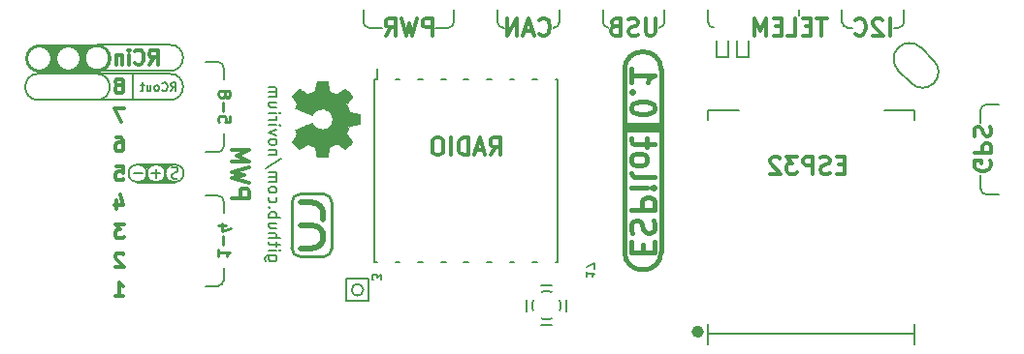
<source format=gbo>
G04 #@! TF.FileFunction,Legend,Bot*
%FSLAX46Y46*%
G04 Gerber Fmt 4.6, Leading zero omitted, Abs format (unit mm)*
G04 Created by KiCad (PCBNEW 4.0.5) date 01/10/17 14:27:18*
%MOMM*%
%LPD*%
G01*
G04 APERTURE LIST*
%ADD10C,0.100000*%
%ADD11C,0.300000*%
%ADD12C,0.150000*%
%ADD13C,0.200000*%
%ADD14C,0.187500*%
%ADD15C,2.450000*%
%ADD16C,0.250000*%
%ADD17C,0.400000*%
%ADD18C,0.500000*%
%ADD19C,0.010000*%
%ADD20C,1.200000*%
%ADD21C,0.600000*%
%ADD22R,1.200000X2.350000*%
%ADD23R,1.927200X1.927200*%
%ADD24C,1.927200*%
%ADD25O,1.927200X1.927200*%
%ADD26O,1.200000X2.200000*%
%ADD27C,5.400000*%
%ADD28C,2.000000*%
%ADD29O,2.700000X1.100000*%
%ADD30O,1.100000X2.700000*%
%ADD31R,6.200000X6.200000*%
%ADD32C,1.600000*%
G04 APERTURE END LIST*
D10*
D11*
X87471428Y-98328571D02*
X87971428Y-97614286D01*
X88328571Y-98328571D02*
X88328571Y-96828571D01*
X87757143Y-96828571D01*
X87614285Y-96900000D01*
X87542857Y-96971429D01*
X87471428Y-97114286D01*
X87471428Y-97328571D01*
X87542857Y-97471429D01*
X87614285Y-97542857D01*
X87757143Y-97614286D01*
X88328571Y-97614286D01*
X86900000Y-97900000D02*
X86185714Y-97900000D01*
X87042857Y-98328571D02*
X86542857Y-96828571D01*
X86042857Y-98328571D01*
X85542857Y-98328571D02*
X85542857Y-96828571D01*
X85185714Y-96828571D01*
X84971429Y-96900000D01*
X84828571Y-97042857D01*
X84757143Y-97185714D01*
X84685714Y-97471429D01*
X84685714Y-97685714D01*
X84757143Y-97971429D01*
X84828571Y-98114286D01*
X84971429Y-98257143D01*
X85185714Y-98328571D01*
X85542857Y-98328571D01*
X84042857Y-98328571D02*
X84042857Y-96828571D01*
X83042857Y-96828571D02*
X82757143Y-96828571D01*
X82614285Y-96900000D01*
X82471428Y-97042857D01*
X82400000Y-97328571D01*
X82400000Y-97828571D01*
X82471428Y-98114286D01*
X82614285Y-98257143D01*
X82757143Y-98328571D01*
X83042857Y-98328571D01*
X83185714Y-98257143D01*
X83328571Y-98114286D01*
X83400000Y-97828571D01*
X83400000Y-97328571D01*
X83328571Y-97042857D01*
X83185714Y-96900000D01*
X83042857Y-96828571D01*
X118414285Y-99192857D02*
X117914285Y-99192857D01*
X117699999Y-99978571D02*
X118414285Y-99978571D01*
X118414285Y-98478571D01*
X117699999Y-98478571D01*
X117128571Y-99907143D02*
X116914285Y-99978571D01*
X116557142Y-99978571D01*
X116414285Y-99907143D01*
X116342856Y-99835714D01*
X116271428Y-99692857D01*
X116271428Y-99550000D01*
X116342856Y-99407143D01*
X116414285Y-99335714D01*
X116557142Y-99264286D01*
X116842856Y-99192857D01*
X116985714Y-99121429D01*
X117057142Y-99050000D01*
X117128571Y-98907143D01*
X117128571Y-98764286D01*
X117057142Y-98621429D01*
X116985714Y-98550000D01*
X116842856Y-98478571D01*
X116485714Y-98478571D01*
X116271428Y-98550000D01*
X115628571Y-99978571D02*
X115628571Y-98478571D01*
X115057143Y-98478571D01*
X114914285Y-98550000D01*
X114842857Y-98621429D01*
X114771428Y-98764286D01*
X114771428Y-98978571D01*
X114842857Y-99121429D01*
X114914285Y-99192857D01*
X115057143Y-99264286D01*
X115628571Y-99264286D01*
X114271428Y-98478571D02*
X113342857Y-98478571D01*
X113842857Y-99050000D01*
X113628571Y-99050000D01*
X113485714Y-99121429D01*
X113414285Y-99192857D01*
X113342857Y-99335714D01*
X113342857Y-99692857D01*
X113414285Y-99835714D01*
X113485714Y-99907143D01*
X113628571Y-99978571D01*
X114057143Y-99978571D01*
X114200000Y-99907143D01*
X114271428Y-99835714D01*
X112771429Y-98621429D02*
X112700000Y-98550000D01*
X112557143Y-98478571D01*
X112200000Y-98478571D01*
X112057143Y-98550000D01*
X111985714Y-98621429D01*
X111914286Y-98764286D01*
X111914286Y-98907143D01*
X111985714Y-99121429D01*
X112842857Y-99978571D01*
X111914286Y-99978571D01*
D12*
X57500000Y-100350000D02*
X57500000Y-99550000D01*
X57650000Y-100450000D02*
X57350000Y-100450000D01*
X57200000Y-100600000D02*
X57800000Y-100600000D01*
X57650000Y-99450000D02*
X57350000Y-99450000D01*
X57200000Y-99300000D02*
X57800000Y-99300000D01*
X59100000Y-100350000D02*
X59100000Y-99550000D01*
X59250000Y-100450000D02*
X58950000Y-100450000D01*
X58800000Y-100600000D02*
X59400000Y-100600000D01*
X58950000Y-99450000D02*
X59250000Y-99450000D01*
X59400000Y-99300000D02*
X58800000Y-99300000D01*
X59900000Y-99150000D02*
X56700000Y-99150000D01*
X56700000Y-100750000D02*
X59900000Y-100750000D01*
D13*
X57080952Y-99971429D02*
X56319047Y-99971429D01*
X58680952Y-99971429D02*
X57919047Y-99971429D01*
X58299999Y-100352381D02*
X58299999Y-99590476D01*
X60185714Y-100354762D02*
X60042857Y-100402381D01*
X59804761Y-100402381D01*
X59709523Y-100354762D01*
X59661904Y-100307143D01*
X59614285Y-100211905D01*
X59614285Y-100116667D01*
X59661904Y-100021429D01*
X59709523Y-99973810D01*
X59804761Y-99926190D01*
X59995238Y-99878571D01*
X60090476Y-99830952D01*
X60138095Y-99783333D01*
X60185714Y-99688095D01*
X60185714Y-99592857D01*
X60138095Y-99497619D01*
X60090476Y-99450000D01*
X59995238Y-99402381D01*
X59757142Y-99402381D01*
X59614285Y-99450000D01*
D12*
X57500000Y-99950000D02*
G75*
G03X57500000Y-99950000I-800000J0D01*
G01*
X59100000Y-99950000D02*
G75*
G03X59100000Y-99950000I-800000J0D01*
G01*
X60700000Y-99950000D02*
G75*
G03X60700000Y-99950000I-800000J0D01*
G01*
X56300000Y-91230000D02*
X56300000Y-93530000D01*
D14*
X59578570Y-92739286D02*
X59828570Y-92382143D01*
X60007142Y-92739286D02*
X60007142Y-91989286D01*
X59721427Y-91989286D01*
X59649999Y-92025000D01*
X59614284Y-92060714D01*
X59578570Y-92132143D01*
X59578570Y-92239286D01*
X59614284Y-92310714D01*
X59649999Y-92346429D01*
X59721427Y-92382143D01*
X60007142Y-92382143D01*
X58828570Y-92667857D02*
X58864284Y-92703571D01*
X58971427Y-92739286D01*
X59042856Y-92739286D01*
X59149999Y-92703571D01*
X59221427Y-92632143D01*
X59257142Y-92560714D01*
X59292856Y-92417857D01*
X59292856Y-92310714D01*
X59257142Y-92167857D01*
X59221427Y-92096429D01*
X59149999Y-92025000D01*
X59042856Y-91989286D01*
X58971427Y-91989286D01*
X58864284Y-92025000D01*
X58828570Y-92060714D01*
X58399999Y-92739286D02*
X58471427Y-92703571D01*
X58507142Y-92667857D01*
X58542856Y-92596429D01*
X58542856Y-92382143D01*
X58507142Y-92310714D01*
X58471427Y-92275000D01*
X58399999Y-92239286D01*
X58292856Y-92239286D01*
X58221427Y-92275000D01*
X58185713Y-92310714D01*
X58149999Y-92382143D01*
X58149999Y-92596429D01*
X58185713Y-92667857D01*
X58221427Y-92703571D01*
X58292856Y-92739286D01*
X58399999Y-92739286D01*
X57507142Y-92239286D02*
X57507142Y-92739286D01*
X57828571Y-92239286D02*
X57828571Y-92632143D01*
X57792856Y-92703571D01*
X57721428Y-92739286D01*
X57614285Y-92739286D01*
X57542856Y-92703571D01*
X57507142Y-92667857D01*
X57257142Y-92239286D02*
X56971428Y-92239286D01*
X57150000Y-91989286D02*
X57150000Y-92632143D01*
X57114285Y-92703571D01*
X57042857Y-92739286D01*
X56971428Y-92739286D01*
D11*
X55452381Y-107049524D02*
X55392857Y-106990000D01*
X55273809Y-106930476D01*
X54976190Y-106930476D01*
X54857143Y-106990000D01*
X54797619Y-107049524D01*
X54738095Y-107168571D01*
X54738095Y-107287619D01*
X54797619Y-107466190D01*
X55511905Y-108180476D01*
X54738095Y-108180476D01*
X55511905Y-104390476D02*
X54738095Y-104390476D01*
X55154762Y-104866667D01*
X54976190Y-104866667D01*
X54857143Y-104926190D01*
X54797619Y-104985714D01*
X54738095Y-105104762D01*
X54738095Y-105402381D01*
X54797619Y-105521429D01*
X54857143Y-105580952D01*
X54976190Y-105640476D01*
X55333333Y-105640476D01*
X55452381Y-105580952D01*
X55511905Y-105521429D01*
X54857143Y-102267143D02*
X54857143Y-103100476D01*
X55154762Y-101790952D02*
X55452381Y-102683810D01*
X54678571Y-102683810D01*
X54797619Y-99310476D02*
X55392857Y-99310476D01*
X55452381Y-99905714D01*
X55392857Y-99846190D01*
X55273809Y-99786667D01*
X54976190Y-99786667D01*
X54857143Y-99846190D01*
X54797619Y-99905714D01*
X54738095Y-100024762D01*
X54738095Y-100322381D01*
X54797619Y-100441429D01*
X54857143Y-100500952D01*
X54976190Y-100560476D01*
X55273809Y-100560476D01*
X55392857Y-100500952D01*
X55452381Y-100441429D01*
X54857143Y-96770476D02*
X55095238Y-96770476D01*
X55214286Y-96830000D01*
X55273809Y-96889524D01*
X55392857Y-97068095D01*
X55452381Y-97306190D01*
X55452381Y-97782381D01*
X55392857Y-97901429D01*
X55333333Y-97960952D01*
X55214286Y-98020476D01*
X54976190Y-98020476D01*
X54857143Y-97960952D01*
X54797619Y-97901429D01*
X54738095Y-97782381D01*
X54738095Y-97484762D01*
X54797619Y-97365714D01*
X54857143Y-97306190D01*
X54976190Y-97246667D01*
X55214286Y-97246667D01*
X55333333Y-97306190D01*
X55392857Y-97365714D01*
X55452381Y-97484762D01*
X55511905Y-94230476D02*
X54678571Y-94230476D01*
X55214286Y-95480476D01*
X55214286Y-92226190D02*
X55333333Y-92166667D01*
X55392857Y-92107143D01*
X55452381Y-91988095D01*
X55452381Y-91928571D01*
X55392857Y-91809524D01*
X55333333Y-91750000D01*
X55214286Y-91690476D01*
X54976190Y-91690476D01*
X54857143Y-91750000D01*
X54797619Y-91809524D01*
X54738095Y-91928571D01*
X54738095Y-91988095D01*
X54797619Y-92107143D01*
X54857143Y-92166667D01*
X54976190Y-92226190D01*
X55214286Y-92226190D01*
X55333333Y-92285714D01*
X55392857Y-92345238D01*
X55452381Y-92464286D01*
X55452381Y-92702381D01*
X55392857Y-92821429D01*
X55333333Y-92880952D01*
X55214286Y-92940476D01*
X54976190Y-92940476D01*
X54857143Y-92880952D01*
X54797619Y-92821429D01*
X54738095Y-92702381D01*
X54738095Y-92464286D01*
X54797619Y-92345238D01*
X54857143Y-92285714D01*
X54976190Y-92226190D01*
D12*
X77910714Y-109250000D02*
X77910714Y-108785714D01*
X77625000Y-109035714D01*
X77625000Y-108928572D01*
X77589286Y-108857143D01*
X77553571Y-108821429D01*
X77482143Y-108785714D01*
X77303571Y-108785714D01*
X77232143Y-108821429D01*
X77196429Y-108857143D01*
X77160714Y-108928572D01*
X77160714Y-109142857D01*
X77196429Y-109214286D01*
X77232143Y-109250000D01*
X95860714Y-108542857D02*
X95860714Y-108971429D01*
X95860714Y-108757143D02*
X96610714Y-108757143D01*
X96503571Y-108828572D01*
X96432143Y-108900000D01*
X96396429Y-108971429D01*
X96610714Y-108292857D02*
X96610714Y-107792857D01*
X95860714Y-108114286D01*
X59500000Y-93530000D02*
X48025000Y-93530000D01*
X59500000Y-91230000D02*
X48025000Y-91230000D01*
X48025000Y-91230000D02*
G75*
G03X48025000Y-93530000I0J-1150000D01*
G01*
X53105000Y-93530000D02*
G75*
G03X53105000Y-91230000I0J1150000D01*
G01*
D15*
X48025000Y-89840000D02*
X53105000Y-89840000D01*
D11*
X64921429Y-102107143D02*
X66421429Y-102107143D01*
X66421429Y-101535715D01*
X66350000Y-101392857D01*
X66278571Y-101321429D01*
X66135714Y-101250000D01*
X65921429Y-101250000D01*
X65778571Y-101321429D01*
X65707143Y-101392857D01*
X65635714Y-101535715D01*
X65635714Y-102107143D01*
X66421429Y-100750000D02*
X64921429Y-100392857D01*
X65992857Y-100107143D01*
X64921429Y-99821429D01*
X66421429Y-99464286D01*
X64921429Y-98892857D02*
X66421429Y-98892857D01*
X65350000Y-98392857D01*
X66421429Y-97892857D01*
X64921429Y-97892857D01*
D12*
X62600000Y-101900000D02*
X63700000Y-101900000D01*
X64200000Y-102400000D02*
G75*
G03X63700000Y-101900000I-500000J0D01*
G01*
X64200000Y-102400000D02*
X64200000Y-103400000D01*
D16*
X63747619Y-106609523D02*
X63747619Y-107180952D01*
X63747619Y-106895238D02*
X64747619Y-106895238D01*
X64604762Y-106990476D01*
X64509524Y-107085714D01*
X64461905Y-107180952D01*
X64128571Y-106180952D02*
X64128571Y-105419047D01*
X64414286Y-104514285D02*
X63747619Y-104514285D01*
X64795238Y-104752381D02*
X64080952Y-104990476D01*
X64080952Y-104371428D01*
D12*
X64200000Y-108200000D02*
X64200000Y-109300000D01*
X63700000Y-109800000D02*
G75*
G03X64200000Y-109300000I0J500000D01*
G01*
X63700000Y-109800000D02*
X62600000Y-109800000D01*
X63700000Y-98100000D02*
X62600000Y-98100000D01*
X63700000Y-98100000D02*
G75*
G03X64200000Y-97600000I0J500000D01*
G01*
X64200000Y-96500000D02*
X64200000Y-97600000D01*
D16*
X64747619Y-94957142D02*
X64747619Y-95433333D01*
X64271429Y-95480952D01*
X64319048Y-95433333D01*
X64366667Y-95338095D01*
X64366667Y-95099999D01*
X64319048Y-95004761D01*
X64271429Y-94957142D01*
X64176190Y-94909523D01*
X63938095Y-94909523D01*
X63842857Y-94957142D01*
X63795238Y-95004761D01*
X63747619Y-95099999D01*
X63747619Y-95338095D01*
X63795238Y-95433333D01*
X63842857Y-95480952D01*
X64128571Y-94480952D02*
X64128571Y-93719047D01*
X64319048Y-93100000D02*
X64366667Y-93195238D01*
X64414286Y-93242857D01*
X64509524Y-93290476D01*
X64557143Y-93290476D01*
X64652381Y-93242857D01*
X64700000Y-93195238D01*
X64747619Y-93100000D01*
X64747619Y-92909523D01*
X64700000Y-92814285D01*
X64652381Y-92766666D01*
X64557143Y-92719047D01*
X64509524Y-92719047D01*
X64414286Y-92766666D01*
X64366667Y-92814285D01*
X64319048Y-92909523D01*
X64319048Y-93100000D01*
X64271429Y-93195238D01*
X64223810Y-93242857D01*
X64128571Y-93290476D01*
X63938095Y-93290476D01*
X63842857Y-93242857D01*
X63795238Y-93195238D01*
X63747619Y-93100000D01*
X63747619Y-92909523D01*
X63795238Y-92814285D01*
X63842857Y-92766666D01*
X63938095Y-92719047D01*
X64128571Y-92719047D01*
X64223810Y-92766666D01*
X64271429Y-92814285D01*
X64319048Y-92909523D01*
D12*
X64200000Y-90700000D02*
X64200000Y-91700000D01*
X64200000Y-90700000D02*
G75*
G03X63700000Y-90200000I-500000J0D01*
G01*
X62600000Y-90200000D02*
X63700000Y-90200000D01*
X131900000Y-101800000D02*
X130800000Y-101800000D01*
X130300000Y-101300000D02*
G75*
G03X130800000Y-101800000I500000J0D01*
G01*
X130300000Y-101300000D02*
X130300000Y-100100000D01*
X130300000Y-95500000D02*
X130300000Y-94400000D01*
X130800000Y-93900000D02*
G75*
G03X130300000Y-94400000I0J-500000D01*
G01*
X130800000Y-93900000D02*
X131900000Y-93900000D01*
X114400000Y-86100000D02*
X114400000Y-85600000D01*
X106500000Y-86700000D02*
G75*
G03X107000000Y-87200000I500000J0D01*
G01*
X106500000Y-86700000D02*
X106500000Y-85600000D01*
X118700000Y-87200000D02*
X119100000Y-87200000D01*
X123100000Y-87200000D02*
X122700000Y-87200000D01*
X118200000Y-86700000D02*
X118200000Y-85600000D01*
X118200000Y-86700000D02*
G75*
G03X118700000Y-87200000I500000J0D01*
G01*
X123100000Y-87200000D02*
G75*
G03X123600000Y-86700000I0J500000D01*
G01*
X123600000Y-85600000D02*
X123600000Y-86700000D01*
X102700000Y-85600000D02*
X102700000Y-86700000D01*
X97300000Y-86700000D02*
X97300000Y-85600000D01*
X102200000Y-87200000D02*
G75*
G03X102700000Y-86700000I0J500000D01*
G01*
X97300000Y-86700000D02*
G75*
G03X97800000Y-87200000I500000J0D01*
G01*
X88100000Y-86700000D02*
X88100000Y-85600000D01*
X88100000Y-86700000D02*
G75*
G03X88600000Y-87200000I500000J0D01*
G01*
X88700000Y-87200000D02*
X88600000Y-87200000D01*
X93000000Y-87200000D02*
X93000000Y-87200000D01*
X93000000Y-87200000D02*
G75*
G03X93500000Y-86700000I0J500000D01*
G01*
X93500000Y-85600000D02*
X93500000Y-86700000D01*
X76400000Y-86700000D02*
G75*
G03X76900000Y-87200000I500000J0D01*
G01*
X83800000Y-87200000D02*
G75*
G03X84300000Y-86700000I0J500000D01*
G01*
X76400000Y-86700000D02*
X76400000Y-85600000D01*
X78000000Y-87200000D02*
X76900000Y-87200000D01*
X83800000Y-87200000D02*
X82700000Y-87200000D01*
X84300000Y-85600000D02*
X84300000Y-86700000D01*
X59500000Y-93530000D02*
G75*
G03X59500000Y-91230000I0J1150000D01*
G01*
X59500000Y-90990000D02*
G75*
G03X59500000Y-88690000I0J1150000D01*
G01*
D11*
X54738095Y-110720476D02*
X55452381Y-110720476D01*
X55095238Y-110720476D02*
X55095238Y-109470476D01*
X55214286Y-109649048D01*
X55333333Y-109768095D01*
X55452381Y-109827619D01*
D12*
X59500000Y-90990000D02*
X53100000Y-90990000D01*
X59500000Y-88690000D02*
X53100000Y-88690000D01*
D11*
X57714285Y-90405476D02*
X58130952Y-89810238D01*
X58428571Y-90405476D02*
X58428571Y-89155476D01*
X57952380Y-89155476D01*
X57833333Y-89215000D01*
X57773809Y-89274524D01*
X57714285Y-89393571D01*
X57714285Y-89572143D01*
X57773809Y-89691190D01*
X57833333Y-89750714D01*
X57952380Y-89810238D01*
X58428571Y-89810238D01*
X56464285Y-90286429D02*
X56523809Y-90345952D01*
X56702380Y-90405476D01*
X56821428Y-90405476D01*
X57000000Y-90345952D01*
X57119047Y-90226905D01*
X57178571Y-90107857D01*
X57238095Y-89869762D01*
X57238095Y-89691190D01*
X57178571Y-89453095D01*
X57119047Y-89334048D01*
X57000000Y-89215000D01*
X56821428Y-89155476D01*
X56702380Y-89155476D01*
X56523809Y-89215000D01*
X56464285Y-89274524D01*
X55928571Y-90405476D02*
X55928571Y-89572143D01*
X55928571Y-89155476D02*
X55988095Y-89215000D01*
X55928571Y-89274524D01*
X55869047Y-89215000D01*
X55928571Y-89155476D01*
X55928571Y-89274524D01*
X55333333Y-89572143D02*
X55333333Y-90405476D01*
X55333333Y-89691190D02*
X55273809Y-89631667D01*
X55154762Y-89572143D01*
X54976190Y-89572143D01*
X54857142Y-89631667D01*
X54797619Y-89750714D01*
X54797619Y-90405476D01*
X131150000Y-98871428D02*
X131221429Y-99014285D01*
X131221429Y-99228571D01*
X131150000Y-99442856D01*
X131007143Y-99585714D01*
X130864286Y-99657142D01*
X130578571Y-99728571D01*
X130364286Y-99728571D01*
X130078571Y-99657142D01*
X129935714Y-99585714D01*
X129792857Y-99442856D01*
X129721429Y-99228571D01*
X129721429Y-99085714D01*
X129792857Y-98871428D01*
X129864286Y-98799999D01*
X130364286Y-98799999D01*
X130364286Y-99085714D01*
X129721429Y-98157142D02*
X131221429Y-98157142D01*
X131221429Y-97585714D01*
X131150000Y-97442856D01*
X131078571Y-97371428D01*
X130935714Y-97299999D01*
X130721429Y-97299999D01*
X130578571Y-97371428D01*
X130507143Y-97442856D01*
X130435714Y-97585714D01*
X130435714Y-98157142D01*
X129792857Y-96728571D02*
X129721429Y-96514285D01*
X129721429Y-96157142D01*
X129792857Y-96014285D01*
X129864286Y-95942856D01*
X130007143Y-95871428D01*
X130150000Y-95871428D01*
X130292857Y-95942856D01*
X130364286Y-96014285D01*
X130435714Y-96157142D01*
X130507143Y-96442856D01*
X130578571Y-96585714D01*
X130650000Y-96657142D01*
X130792857Y-96728571D01*
X130935714Y-96728571D01*
X131078571Y-96657142D01*
X131150000Y-96585714D01*
X131221429Y-96442856D01*
X131221429Y-96085714D01*
X131150000Y-95871428D01*
X82400000Y-87878571D02*
X82400000Y-86378571D01*
X81828572Y-86378571D01*
X81685714Y-86450000D01*
X81614286Y-86521429D01*
X81542857Y-86664286D01*
X81542857Y-86878571D01*
X81614286Y-87021429D01*
X81685714Y-87092857D01*
X81828572Y-87164286D01*
X82400000Y-87164286D01*
X81042857Y-86378571D02*
X80685714Y-87878571D01*
X80400000Y-86807143D01*
X80114286Y-87878571D01*
X79757143Y-86378571D01*
X78328571Y-87878571D02*
X78828571Y-87164286D01*
X79185714Y-87878571D02*
X79185714Y-86378571D01*
X78614286Y-86378571D01*
X78471428Y-86450000D01*
X78400000Y-86521429D01*
X78328571Y-86664286D01*
X78328571Y-86878571D01*
X78400000Y-87021429D01*
X78471428Y-87092857D01*
X78614286Y-87164286D01*
X79185714Y-87164286D01*
X91764285Y-87735714D02*
X91835714Y-87807143D01*
X92050000Y-87878571D01*
X92192857Y-87878571D01*
X92407142Y-87807143D01*
X92550000Y-87664286D01*
X92621428Y-87521429D01*
X92692857Y-87235714D01*
X92692857Y-87021429D01*
X92621428Y-86735714D01*
X92550000Y-86592857D01*
X92407142Y-86450000D01*
X92192857Y-86378571D01*
X92050000Y-86378571D01*
X91835714Y-86450000D01*
X91764285Y-86521429D01*
X91192857Y-87450000D02*
X90478571Y-87450000D01*
X91335714Y-87878571D02*
X90835714Y-86378571D01*
X90335714Y-87878571D01*
X89835714Y-87878571D02*
X89835714Y-86378571D01*
X88978571Y-87878571D01*
X88978571Y-86378571D01*
X101892857Y-86378571D02*
X101892857Y-87592857D01*
X101821429Y-87735714D01*
X101750000Y-87807143D01*
X101607143Y-87878571D01*
X101321429Y-87878571D01*
X101178571Y-87807143D01*
X101107143Y-87735714D01*
X101035714Y-87592857D01*
X101035714Y-86378571D01*
X100392857Y-87807143D02*
X100178571Y-87878571D01*
X99821428Y-87878571D01*
X99678571Y-87807143D01*
X99607142Y-87735714D01*
X99535714Y-87592857D01*
X99535714Y-87450000D01*
X99607142Y-87307143D01*
X99678571Y-87235714D01*
X99821428Y-87164286D01*
X100107142Y-87092857D01*
X100250000Y-87021429D01*
X100321428Y-86950000D01*
X100392857Y-86807143D01*
X100392857Y-86664286D01*
X100321428Y-86521429D01*
X100250000Y-86450000D01*
X100107142Y-86378571D01*
X99750000Y-86378571D01*
X99535714Y-86450000D01*
X98392857Y-87092857D02*
X98178571Y-87164286D01*
X98107143Y-87235714D01*
X98035714Y-87378571D01*
X98035714Y-87592857D01*
X98107143Y-87735714D01*
X98178571Y-87807143D01*
X98321429Y-87878571D01*
X98892857Y-87878571D01*
X98892857Y-86378571D01*
X98392857Y-86378571D01*
X98250000Y-86450000D01*
X98178571Y-86521429D01*
X98107143Y-86664286D01*
X98107143Y-86807143D01*
X98178571Y-86950000D01*
X98250000Y-87021429D01*
X98392857Y-87092857D01*
X98892857Y-87092857D01*
X116850000Y-86378571D02*
X115992857Y-86378571D01*
X116421428Y-87878571D02*
X116421428Y-86378571D01*
X115492857Y-87092857D02*
X114992857Y-87092857D01*
X114778571Y-87878571D02*
X115492857Y-87878571D01*
X115492857Y-86378571D01*
X114778571Y-86378571D01*
X113421428Y-87878571D02*
X114135714Y-87878571D01*
X114135714Y-86378571D01*
X112921428Y-87092857D02*
X112421428Y-87092857D01*
X112207142Y-87878571D02*
X112921428Y-87878571D01*
X112921428Y-86378571D01*
X112207142Y-86378571D01*
X111564285Y-87878571D02*
X111564285Y-86378571D01*
X111064285Y-87450000D01*
X110564285Y-86378571D01*
X110564285Y-87878571D01*
X122364285Y-87878571D02*
X122364285Y-86378571D01*
X121721428Y-86521429D02*
X121649999Y-86450000D01*
X121507142Y-86378571D01*
X121149999Y-86378571D01*
X121007142Y-86450000D01*
X120935713Y-86521429D01*
X120864285Y-86664286D01*
X120864285Y-86807143D01*
X120935713Y-87021429D01*
X121792856Y-87878571D01*
X120864285Y-87878571D01*
X119364285Y-87735714D02*
X119435714Y-87807143D01*
X119650000Y-87878571D01*
X119792857Y-87878571D01*
X120007142Y-87807143D01*
X120150000Y-87664286D01*
X120221428Y-87521429D01*
X120292857Y-87235714D01*
X120292857Y-87021429D01*
X120221428Y-86735714D01*
X120150000Y-86592857D01*
X120007142Y-86450000D01*
X119792857Y-86378571D01*
X119650000Y-86378571D01*
X119435714Y-86450000D01*
X119364285Y-86521429D01*
D13*
X68814286Y-107166666D02*
X68004762Y-107166666D01*
X67909524Y-107214285D01*
X67861905Y-107261904D01*
X67814286Y-107357143D01*
X67814286Y-107500000D01*
X67861905Y-107595238D01*
X68195238Y-107166666D02*
X68147619Y-107261904D01*
X68147619Y-107452381D01*
X68195238Y-107547619D01*
X68242857Y-107595238D01*
X68338095Y-107642857D01*
X68623810Y-107642857D01*
X68719048Y-107595238D01*
X68766667Y-107547619D01*
X68814286Y-107452381D01*
X68814286Y-107261904D01*
X68766667Y-107166666D01*
X68147619Y-106690476D02*
X68814286Y-106690476D01*
X69147619Y-106690476D02*
X69100000Y-106738095D01*
X69052381Y-106690476D01*
X69100000Y-106642857D01*
X69147619Y-106690476D01*
X69052381Y-106690476D01*
X68814286Y-106357143D02*
X68814286Y-105976191D01*
X69147619Y-106214286D02*
X68290476Y-106214286D01*
X68195238Y-106166667D01*
X68147619Y-106071429D01*
X68147619Y-105976191D01*
X68147619Y-105642857D02*
X69147619Y-105642857D01*
X68147619Y-105214285D02*
X68671429Y-105214285D01*
X68766667Y-105261904D01*
X68814286Y-105357142D01*
X68814286Y-105500000D01*
X68766667Y-105595238D01*
X68719048Y-105642857D01*
X68814286Y-104309523D02*
X68147619Y-104309523D01*
X68814286Y-104738095D02*
X68290476Y-104738095D01*
X68195238Y-104690476D01*
X68147619Y-104595238D01*
X68147619Y-104452380D01*
X68195238Y-104357142D01*
X68242857Y-104309523D01*
X68147619Y-103833333D02*
X69147619Y-103833333D01*
X68766667Y-103833333D02*
X68814286Y-103738095D01*
X68814286Y-103547618D01*
X68766667Y-103452380D01*
X68719048Y-103404761D01*
X68623810Y-103357142D01*
X68338095Y-103357142D01*
X68242857Y-103404761D01*
X68195238Y-103452380D01*
X68147619Y-103547618D01*
X68147619Y-103738095D01*
X68195238Y-103833333D01*
X68242857Y-102928571D02*
X68195238Y-102880952D01*
X68147619Y-102928571D01*
X68195238Y-102976190D01*
X68242857Y-102928571D01*
X68147619Y-102928571D01*
X68195238Y-102023809D02*
X68147619Y-102119047D01*
X68147619Y-102309524D01*
X68195238Y-102404762D01*
X68242857Y-102452381D01*
X68338095Y-102500000D01*
X68623810Y-102500000D01*
X68719048Y-102452381D01*
X68766667Y-102404762D01*
X68814286Y-102309524D01*
X68814286Y-102119047D01*
X68766667Y-102023809D01*
X68147619Y-101452381D02*
X68195238Y-101547619D01*
X68242857Y-101595238D01*
X68338095Y-101642857D01*
X68623810Y-101642857D01*
X68719048Y-101595238D01*
X68766667Y-101547619D01*
X68814286Y-101452381D01*
X68814286Y-101309523D01*
X68766667Y-101214285D01*
X68719048Y-101166666D01*
X68623810Y-101119047D01*
X68338095Y-101119047D01*
X68242857Y-101166666D01*
X68195238Y-101214285D01*
X68147619Y-101309523D01*
X68147619Y-101452381D01*
X68147619Y-100690476D02*
X68814286Y-100690476D01*
X68719048Y-100690476D02*
X68766667Y-100642857D01*
X68814286Y-100547619D01*
X68814286Y-100404761D01*
X68766667Y-100309523D01*
X68671429Y-100261904D01*
X68147619Y-100261904D01*
X68671429Y-100261904D02*
X68766667Y-100214285D01*
X68814286Y-100119047D01*
X68814286Y-99976190D01*
X68766667Y-99880952D01*
X68671429Y-99833333D01*
X68147619Y-99833333D01*
X69195238Y-98642857D02*
X67909524Y-99500000D01*
X68814286Y-98309524D02*
X68147619Y-98309524D01*
X68719048Y-98309524D02*
X68766667Y-98261905D01*
X68814286Y-98166667D01*
X68814286Y-98023809D01*
X68766667Y-97928571D01*
X68671429Y-97880952D01*
X68147619Y-97880952D01*
X68147619Y-97261905D02*
X68195238Y-97357143D01*
X68242857Y-97404762D01*
X68338095Y-97452381D01*
X68623810Y-97452381D01*
X68719048Y-97404762D01*
X68766667Y-97357143D01*
X68814286Y-97261905D01*
X68814286Y-97119047D01*
X68766667Y-97023809D01*
X68719048Y-96976190D01*
X68623810Y-96928571D01*
X68338095Y-96928571D01*
X68242857Y-96976190D01*
X68195238Y-97023809D01*
X68147619Y-97119047D01*
X68147619Y-97261905D01*
X68814286Y-96595238D02*
X68147619Y-96357143D01*
X68814286Y-96119047D01*
X68147619Y-95738095D02*
X68814286Y-95738095D01*
X69147619Y-95738095D02*
X69100000Y-95785714D01*
X69052381Y-95738095D01*
X69100000Y-95690476D01*
X69147619Y-95738095D01*
X69052381Y-95738095D01*
X68147619Y-95261905D02*
X68814286Y-95261905D01*
X68623810Y-95261905D02*
X68719048Y-95214286D01*
X68766667Y-95166667D01*
X68814286Y-95071429D01*
X68814286Y-94976190D01*
X68147619Y-94642857D02*
X68814286Y-94642857D01*
X69147619Y-94642857D02*
X69100000Y-94690476D01*
X69052381Y-94642857D01*
X69100000Y-94595238D01*
X69147619Y-94642857D01*
X69052381Y-94642857D01*
X68814286Y-93738095D02*
X68147619Y-93738095D01*
X68814286Y-94166667D02*
X68290476Y-94166667D01*
X68195238Y-94119048D01*
X68147619Y-94023810D01*
X68147619Y-93880952D01*
X68195238Y-93785714D01*
X68242857Y-93738095D01*
X68147619Y-93261905D02*
X68814286Y-93261905D01*
X68719048Y-93261905D02*
X68766667Y-93214286D01*
X68814286Y-93119048D01*
X68814286Y-92976190D01*
X68766667Y-92880952D01*
X68671429Y-92833333D01*
X68147619Y-92833333D01*
X68671429Y-92833333D02*
X68766667Y-92785714D01*
X68814286Y-92690476D01*
X68814286Y-92547619D01*
X68766667Y-92452381D01*
X68671429Y-92404762D01*
X68147619Y-92404762D01*
D17*
X102400000Y-96100000D02*
X99200000Y-96100000D01*
X102400000Y-95700000D02*
X99200000Y-95700000D01*
X100842857Y-106900001D02*
X100842857Y-106233334D01*
X99795238Y-105947620D02*
X99795238Y-106900001D01*
X101795238Y-106900001D01*
X101795238Y-105947620D01*
X99890476Y-105185715D02*
X99795238Y-104900000D01*
X99795238Y-104423810D01*
X99890476Y-104233334D01*
X99985714Y-104138096D01*
X100176190Y-104042857D01*
X100366667Y-104042857D01*
X100557143Y-104138096D01*
X100652381Y-104233334D01*
X100747619Y-104423810D01*
X100842857Y-104804762D01*
X100938095Y-104995238D01*
X101033333Y-105090477D01*
X101223810Y-105185715D01*
X101414286Y-105185715D01*
X101604762Y-105090477D01*
X101700000Y-104995238D01*
X101795238Y-104804762D01*
X101795238Y-104328572D01*
X101700000Y-104042857D01*
X99795238Y-103185715D02*
X101795238Y-103185715D01*
X101795238Y-102423810D01*
X101700000Y-102233334D01*
X101604762Y-102138095D01*
X101414286Y-102042857D01*
X101128571Y-102042857D01*
X100938095Y-102138095D01*
X100842857Y-102233334D01*
X100747619Y-102423810D01*
X100747619Y-103185715D01*
X99795238Y-101185715D02*
X101128571Y-101185715D01*
X101795238Y-101185715D02*
X101700000Y-101280953D01*
X101604762Y-101185715D01*
X101700000Y-101090476D01*
X101795238Y-101185715D01*
X101604762Y-101185715D01*
X99795238Y-99947619D02*
X99890476Y-100138095D01*
X100080952Y-100233334D01*
X101795238Y-100233334D01*
X99795238Y-98900000D02*
X99890476Y-99090476D01*
X99985714Y-99185715D01*
X100176190Y-99280953D01*
X100747619Y-99280953D01*
X100938095Y-99185715D01*
X101033333Y-99090476D01*
X101128571Y-98900000D01*
X101128571Y-98614286D01*
X101033333Y-98423810D01*
X100938095Y-98328572D01*
X100747619Y-98233334D01*
X100176190Y-98233334D01*
X99985714Y-98328572D01*
X99890476Y-98423810D01*
X99795238Y-98614286D01*
X99795238Y-98900000D01*
X101128571Y-97661905D02*
X101128571Y-96900000D01*
X101795238Y-97376191D02*
X100080952Y-97376191D01*
X99890476Y-97280952D01*
X99795238Y-97090476D01*
X99795238Y-96900000D01*
X101795238Y-94328571D02*
X101795238Y-94138095D01*
X101700000Y-93947619D01*
X101604762Y-93852381D01*
X101414286Y-93757143D01*
X101033333Y-93661904D01*
X100557143Y-93661904D01*
X100176190Y-93757143D01*
X99985714Y-93852381D01*
X99890476Y-93947619D01*
X99795238Y-94138095D01*
X99795238Y-94328571D01*
X99890476Y-94519047D01*
X99985714Y-94614285D01*
X100176190Y-94709524D01*
X100557143Y-94804762D01*
X101033333Y-94804762D01*
X101414286Y-94709524D01*
X101604762Y-94614285D01*
X101700000Y-94519047D01*
X101795238Y-94328571D01*
X99985714Y-92804762D02*
X99890476Y-92709523D01*
X99795238Y-92804762D01*
X99890476Y-92900000D01*
X99985714Y-92804762D01*
X99795238Y-92804762D01*
X99795238Y-90804761D02*
X99795238Y-91947619D01*
X99795238Y-91376190D02*
X101795238Y-91376190D01*
X101509524Y-91566666D01*
X101319048Y-91757142D01*
X101223810Y-91947619D01*
X102400000Y-90900000D02*
X102400000Y-106800000D01*
X102400000Y-106800000D02*
G75*
G02X99200000Y-106800000I-1600000J0D01*
G01*
X99200000Y-90900000D02*
G75*
G02X102400000Y-90900000I1600000J0D01*
G01*
X99200000Y-106800000D02*
X99200000Y-90900000D01*
D12*
X124225736Y-92055635D02*
X123094365Y-90924264D01*
X126205635Y-90075736D02*
X125074264Y-88944365D01*
X126205634Y-90075735D02*
G75*
G02X124225736Y-92055635I-989949J-989950D01*
G01*
X123094366Y-90924265D02*
G75*
G02X125074264Y-88944365I989949J989950D01*
G01*
D13*
X110000000Y-89800000D02*
X110000000Y-88300000D01*
X109000000Y-89800000D02*
X110000000Y-89800000D01*
X109000000Y-88300000D02*
X109000000Y-89800000D01*
X108250000Y-89800000D02*
X108250000Y-88300000D01*
X107250000Y-89800000D02*
X108250000Y-89800000D01*
X107250000Y-88300000D02*
X107250000Y-89800000D01*
D16*
X73650000Y-106500000D02*
G75*
G02X72900000Y-107250000I-750000J0D01*
G01*
X70900000Y-107250000D02*
G75*
G02X70150000Y-106500000I0J750000D01*
G01*
X70150000Y-102500000D02*
G75*
G02X70900000Y-101750000I750000J0D01*
G01*
X72900000Y-101750000D02*
G75*
G02X73650000Y-102500000I0J-750000D01*
G01*
X73650000Y-106500000D02*
X73650000Y-102500000D01*
X70900000Y-107250000D02*
X72900000Y-107250000D01*
X70150000Y-102500000D02*
X70150000Y-106500000D01*
X70900000Y-101750000D02*
X72900000Y-101750000D01*
D18*
X71900000Y-106500000D02*
X70900000Y-106500000D01*
X71900000Y-104500000D02*
X70900000Y-104500000D01*
X71900000Y-102500000D02*
X70900000Y-102500000D01*
X72900000Y-103500000D02*
X72900000Y-104000000D01*
X71900000Y-104500000D02*
G75*
G02X71900000Y-106500000I0J-1000000D01*
G01*
X71900000Y-102500000D02*
G75*
G02X72900000Y-103500000I0J-1000000D01*
G01*
D19*
G36*
X75631069Y-94644186D02*
X75186445Y-94560365D01*
X75058947Y-94251080D01*
X74931449Y-93941794D01*
X75183754Y-93570754D01*
X75254004Y-93466843D01*
X75316728Y-93372913D01*
X75369062Y-93293348D01*
X75408143Y-93232530D01*
X75431107Y-93194843D01*
X75436058Y-93184579D01*
X75423324Y-93166090D01*
X75388118Y-93126580D01*
X75334938Y-93070478D01*
X75268282Y-93002213D01*
X75192646Y-92926214D01*
X75112528Y-92846908D01*
X75032426Y-92768725D01*
X74956836Y-92696093D01*
X74890255Y-92633441D01*
X74837182Y-92585197D01*
X74802113Y-92555790D01*
X74790377Y-92548759D01*
X74768740Y-92558877D01*
X74721338Y-92587241D01*
X74652807Y-92630871D01*
X74567785Y-92686782D01*
X74470907Y-92751994D01*
X74415650Y-92789781D01*
X74314752Y-92858657D01*
X74223701Y-92919860D01*
X74147030Y-92970422D01*
X74089272Y-93007372D01*
X74054957Y-93027742D01*
X74047746Y-93030803D01*
X74027252Y-93023864D01*
X73979487Y-93004949D01*
X73911168Y-92976913D01*
X73829011Y-92942609D01*
X73739730Y-92904891D01*
X73650042Y-92866613D01*
X73566662Y-92830630D01*
X73496306Y-92799794D01*
X73445690Y-92776961D01*
X73421529Y-92764983D01*
X73420578Y-92764276D01*
X73415964Y-92745469D01*
X73405672Y-92695382D01*
X73390713Y-92619207D01*
X73372099Y-92522135D01*
X73350841Y-92409357D01*
X73338582Y-92343558D01*
X73315638Y-92223050D01*
X73293805Y-92114203D01*
X73274278Y-92022524D01*
X73258252Y-91953519D01*
X73246921Y-91912696D01*
X73243326Y-91904489D01*
X73218994Y-91896452D01*
X73164041Y-91889967D01*
X73084892Y-91885030D01*
X72987974Y-91881636D01*
X72879713Y-91879782D01*
X72766535Y-91879462D01*
X72654865Y-91880673D01*
X72551132Y-91883410D01*
X72461759Y-91887669D01*
X72393174Y-91893445D01*
X72351803Y-91900733D01*
X72343190Y-91905105D01*
X72332867Y-91931236D01*
X72318108Y-91986607D01*
X72300648Y-92063893D01*
X72282220Y-92155770D01*
X72276259Y-92187842D01*
X72247934Y-92342476D01*
X72225124Y-92464625D01*
X72206920Y-92558327D01*
X72192417Y-92627616D01*
X72180708Y-92676529D01*
X72170885Y-92709103D01*
X72162044Y-92729372D01*
X72153276Y-92741374D01*
X72151543Y-92743053D01*
X72123629Y-92759816D01*
X72069305Y-92785386D01*
X71995223Y-92817212D01*
X71908035Y-92852740D01*
X71814392Y-92889417D01*
X71720948Y-92924689D01*
X71634353Y-92956004D01*
X71561260Y-92980807D01*
X71508322Y-92996546D01*
X71482189Y-93000668D01*
X71481274Y-93000324D01*
X71459914Y-92986359D01*
X71412916Y-92954678D01*
X71345173Y-92908609D01*
X71261577Y-92851482D01*
X71167018Y-92786627D01*
X71140146Y-92768157D01*
X71042725Y-92702301D01*
X70953837Y-92644350D01*
X70878588Y-92597462D01*
X70822080Y-92564793D01*
X70789419Y-92549500D01*
X70785407Y-92548759D01*
X70764316Y-92561608D01*
X70722536Y-92597112D01*
X70664555Y-92650707D01*
X70594865Y-92717829D01*
X70517955Y-92793913D01*
X70438317Y-92874396D01*
X70360439Y-92954713D01*
X70288814Y-93030301D01*
X70227930Y-93096595D01*
X70182279Y-93149031D01*
X70156350Y-93183045D01*
X70152117Y-93192455D01*
X70162088Y-93214357D01*
X70188980Y-93259200D01*
X70228264Y-93319679D01*
X70259883Y-93366211D01*
X70317902Y-93450525D01*
X70386216Y-93550374D01*
X70454421Y-93650527D01*
X70490925Y-93704373D01*
X70614200Y-93886629D01*
X70531480Y-94039619D01*
X70495241Y-94109318D01*
X70467074Y-94168586D01*
X70451009Y-94208689D01*
X70448774Y-94218897D01*
X70465278Y-94231171D01*
X70511918Y-94255387D01*
X70584391Y-94289737D01*
X70678394Y-94332412D01*
X70789626Y-94381606D01*
X70913785Y-94435510D01*
X71046568Y-94492316D01*
X71183673Y-94550218D01*
X71320798Y-94607407D01*
X71453642Y-94662076D01*
X71577902Y-94712416D01*
X71689275Y-94756620D01*
X71783461Y-94792881D01*
X71856156Y-94819391D01*
X71903059Y-94834342D01*
X71919167Y-94836746D01*
X71939714Y-94817689D01*
X71973067Y-94775964D01*
X72012298Y-94720294D01*
X72015401Y-94715622D01*
X72130577Y-94571736D01*
X72264947Y-94455717D01*
X72414216Y-94368570D01*
X72574087Y-94311301D01*
X72740263Y-94284914D01*
X72908448Y-94290415D01*
X73074345Y-94328810D01*
X73233658Y-94401105D01*
X73268513Y-94422374D01*
X73409263Y-94533004D01*
X73522286Y-94663698D01*
X73606997Y-94809936D01*
X73662806Y-94967192D01*
X73689126Y-95130943D01*
X73685370Y-95296667D01*
X73650950Y-95459838D01*
X73585277Y-95615935D01*
X73487765Y-95760433D01*
X73448187Y-95805131D01*
X73324297Y-95918888D01*
X73193876Y-96001782D01*
X73047685Y-96058644D01*
X72902912Y-96090313D01*
X72740140Y-96098131D01*
X72576560Y-96072062D01*
X72417702Y-96014755D01*
X72269094Y-95928856D01*
X72136265Y-95817014D01*
X72024744Y-95681877D01*
X72012989Y-95664117D01*
X71974492Y-95607850D01*
X71941137Y-95565077D01*
X71919840Y-95544628D01*
X71919167Y-95544331D01*
X71896129Y-95548721D01*
X71843843Y-95566124D01*
X71766610Y-95594732D01*
X71668732Y-95632735D01*
X71554509Y-95678326D01*
X71428242Y-95729697D01*
X71294233Y-95785038D01*
X71156782Y-95842542D01*
X71020192Y-95900399D01*
X70888763Y-95956802D01*
X70766795Y-96009942D01*
X70658591Y-96058010D01*
X70568451Y-96099199D01*
X70500677Y-96131699D01*
X70459570Y-96153703D01*
X70448774Y-96162564D01*
X70457181Y-96189640D01*
X70479728Y-96240303D01*
X70512387Y-96305817D01*
X70531480Y-96341841D01*
X70614200Y-96494832D01*
X70490925Y-96677088D01*
X70427772Y-96770125D01*
X70358273Y-96871985D01*
X70292835Y-96967438D01*
X70259883Y-97015250D01*
X70214727Y-97082495D01*
X70178943Y-97139436D01*
X70157062Y-97178646D01*
X70152437Y-97191381D01*
X70164915Y-97209917D01*
X70199748Y-97250941D01*
X70253322Y-97310475D01*
X70322017Y-97384542D01*
X70402219Y-97469165D01*
X70453714Y-97522685D01*
X70545714Y-97616319D01*
X70628001Y-97697241D01*
X70697055Y-97762177D01*
X70749356Y-97807858D01*
X70781384Y-97831011D01*
X70787884Y-97833232D01*
X70812606Y-97822924D01*
X70862595Y-97794439D01*
X70932788Y-97750937D01*
X71018125Y-97695577D01*
X71113544Y-97631520D01*
X71140146Y-97613303D01*
X71236833Y-97546927D01*
X71323883Y-97487378D01*
X71396405Y-97437984D01*
X71449507Y-97402075D01*
X71478297Y-97382981D01*
X71481274Y-97381136D01*
X71504218Y-97383895D01*
X71554664Y-97398538D01*
X71625959Y-97422513D01*
X71711453Y-97453266D01*
X71804493Y-97488244D01*
X71898426Y-97524893D01*
X71986601Y-97560661D01*
X72062366Y-97592994D01*
X72119069Y-97619338D01*
X72150057Y-97637142D01*
X72151543Y-97638407D01*
X72160399Y-97649294D01*
X72169157Y-97667682D01*
X72178723Y-97697606D01*
X72190004Y-97743103D01*
X72203907Y-97808209D01*
X72221337Y-97896961D01*
X72243202Y-98013393D01*
X72270409Y-98161542D01*
X72276259Y-98193618D01*
X72294626Y-98288686D01*
X72312595Y-98371565D01*
X72328431Y-98434930D01*
X72340400Y-98471458D01*
X72343190Y-98476356D01*
X72367928Y-98484427D01*
X72423210Y-98490987D01*
X72502611Y-98496033D01*
X72599704Y-98499559D01*
X72708062Y-98501561D01*
X72821260Y-98502036D01*
X72932872Y-98500977D01*
X73036471Y-98498382D01*
X73125632Y-98494246D01*
X73193928Y-98488563D01*
X73234934Y-98481331D01*
X73243326Y-98476971D01*
X73251792Y-98452698D01*
X73265565Y-98397426D01*
X73283450Y-98316662D01*
X73304252Y-98215912D01*
X73326777Y-98100683D01*
X73338582Y-98037902D01*
X73360849Y-97918787D01*
X73381021Y-97812565D01*
X73398085Y-97724427D01*
X73411031Y-97659566D01*
X73418845Y-97623174D01*
X73420578Y-97617184D01*
X73440110Y-97607061D01*
X73487157Y-97585662D01*
X73554997Y-97555839D01*
X73636909Y-97520445D01*
X73726172Y-97482332D01*
X73816065Y-97444353D01*
X73899865Y-97409360D01*
X73970853Y-97380206D01*
X74022306Y-97359743D01*
X74047503Y-97350823D01*
X74048604Y-97350657D01*
X74068481Y-97360769D01*
X74114223Y-97389117D01*
X74181283Y-97432723D01*
X74265116Y-97488606D01*
X74361174Y-97553787D01*
X74416350Y-97591679D01*
X74517519Y-97660725D01*
X74609370Y-97722050D01*
X74687256Y-97772663D01*
X74746531Y-97809571D01*
X74782549Y-97829782D01*
X74790623Y-97832701D01*
X74809416Y-97820153D01*
X74849543Y-97785463D01*
X74906507Y-97733063D01*
X74975815Y-97667384D01*
X75052969Y-97592856D01*
X75133475Y-97513913D01*
X75212837Y-97434983D01*
X75286560Y-97360500D01*
X75350148Y-97294894D01*
X75399106Y-97242596D01*
X75428939Y-97208039D01*
X75436058Y-97196478D01*
X75426047Y-97177654D01*
X75397922Y-97132631D01*
X75354546Y-97065787D01*
X75298782Y-96981499D01*
X75233494Y-96884144D01*
X75183754Y-96810707D01*
X74931449Y-96439667D01*
X75186445Y-95821095D01*
X75631069Y-95737275D01*
X76075693Y-95653454D01*
X76075693Y-94728006D01*
X75631069Y-94644186D01*
X75631069Y-94644186D01*
G37*
X75631069Y-94644186D02*
X75186445Y-94560365D01*
X75058947Y-94251080D01*
X74931449Y-93941794D01*
X75183754Y-93570754D01*
X75254004Y-93466843D01*
X75316728Y-93372913D01*
X75369062Y-93293348D01*
X75408143Y-93232530D01*
X75431107Y-93194843D01*
X75436058Y-93184579D01*
X75423324Y-93166090D01*
X75388118Y-93126580D01*
X75334938Y-93070478D01*
X75268282Y-93002213D01*
X75192646Y-92926214D01*
X75112528Y-92846908D01*
X75032426Y-92768725D01*
X74956836Y-92696093D01*
X74890255Y-92633441D01*
X74837182Y-92585197D01*
X74802113Y-92555790D01*
X74790377Y-92548759D01*
X74768740Y-92558877D01*
X74721338Y-92587241D01*
X74652807Y-92630871D01*
X74567785Y-92686782D01*
X74470907Y-92751994D01*
X74415650Y-92789781D01*
X74314752Y-92858657D01*
X74223701Y-92919860D01*
X74147030Y-92970422D01*
X74089272Y-93007372D01*
X74054957Y-93027742D01*
X74047746Y-93030803D01*
X74027252Y-93023864D01*
X73979487Y-93004949D01*
X73911168Y-92976913D01*
X73829011Y-92942609D01*
X73739730Y-92904891D01*
X73650042Y-92866613D01*
X73566662Y-92830630D01*
X73496306Y-92799794D01*
X73445690Y-92776961D01*
X73421529Y-92764983D01*
X73420578Y-92764276D01*
X73415964Y-92745469D01*
X73405672Y-92695382D01*
X73390713Y-92619207D01*
X73372099Y-92522135D01*
X73350841Y-92409357D01*
X73338582Y-92343558D01*
X73315638Y-92223050D01*
X73293805Y-92114203D01*
X73274278Y-92022524D01*
X73258252Y-91953519D01*
X73246921Y-91912696D01*
X73243326Y-91904489D01*
X73218994Y-91896452D01*
X73164041Y-91889967D01*
X73084892Y-91885030D01*
X72987974Y-91881636D01*
X72879713Y-91879782D01*
X72766535Y-91879462D01*
X72654865Y-91880673D01*
X72551132Y-91883410D01*
X72461759Y-91887669D01*
X72393174Y-91893445D01*
X72351803Y-91900733D01*
X72343190Y-91905105D01*
X72332867Y-91931236D01*
X72318108Y-91986607D01*
X72300648Y-92063893D01*
X72282220Y-92155770D01*
X72276259Y-92187842D01*
X72247934Y-92342476D01*
X72225124Y-92464625D01*
X72206920Y-92558327D01*
X72192417Y-92627616D01*
X72180708Y-92676529D01*
X72170885Y-92709103D01*
X72162044Y-92729372D01*
X72153276Y-92741374D01*
X72151543Y-92743053D01*
X72123629Y-92759816D01*
X72069305Y-92785386D01*
X71995223Y-92817212D01*
X71908035Y-92852740D01*
X71814392Y-92889417D01*
X71720948Y-92924689D01*
X71634353Y-92956004D01*
X71561260Y-92980807D01*
X71508322Y-92996546D01*
X71482189Y-93000668D01*
X71481274Y-93000324D01*
X71459914Y-92986359D01*
X71412916Y-92954678D01*
X71345173Y-92908609D01*
X71261577Y-92851482D01*
X71167018Y-92786627D01*
X71140146Y-92768157D01*
X71042725Y-92702301D01*
X70953837Y-92644350D01*
X70878588Y-92597462D01*
X70822080Y-92564793D01*
X70789419Y-92549500D01*
X70785407Y-92548759D01*
X70764316Y-92561608D01*
X70722536Y-92597112D01*
X70664555Y-92650707D01*
X70594865Y-92717829D01*
X70517955Y-92793913D01*
X70438317Y-92874396D01*
X70360439Y-92954713D01*
X70288814Y-93030301D01*
X70227930Y-93096595D01*
X70182279Y-93149031D01*
X70156350Y-93183045D01*
X70152117Y-93192455D01*
X70162088Y-93214357D01*
X70188980Y-93259200D01*
X70228264Y-93319679D01*
X70259883Y-93366211D01*
X70317902Y-93450525D01*
X70386216Y-93550374D01*
X70454421Y-93650527D01*
X70490925Y-93704373D01*
X70614200Y-93886629D01*
X70531480Y-94039619D01*
X70495241Y-94109318D01*
X70467074Y-94168586D01*
X70451009Y-94208689D01*
X70448774Y-94218897D01*
X70465278Y-94231171D01*
X70511918Y-94255387D01*
X70584391Y-94289737D01*
X70678394Y-94332412D01*
X70789626Y-94381606D01*
X70913785Y-94435510D01*
X71046568Y-94492316D01*
X71183673Y-94550218D01*
X71320798Y-94607407D01*
X71453642Y-94662076D01*
X71577902Y-94712416D01*
X71689275Y-94756620D01*
X71783461Y-94792881D01*
X71856156Y-94819391D01*
X71903059Y-94834342D01*
X71919167Y-94836746D01*
X71939714Y-94817689D01*
X71973067Y-94775964D01*
X72012298Y-94720294D01*
X72015401Y-94715622D01*
X72130577Y-94571736D01*
X72264947Y-94455717D01*
X72414216Y-94368570D01*
X72574087Y-94311301D01*
X72740263Y-94284914D01*
X72908448Y-94290415D01*
X73074345Y-94328810D01*
X73233658Y-94401105D01*
X73268513Y-94422374D01*
X73409263Y-94533004D01*
X73522286Y-94663698D01*
X73606997Y-94809936D01*
X73662806Y-94967192D01*
X73689126Y-95130943D01*
X73685370Y-95296667D01*
X73650950Y-95459838D01*
X73585277Y-95615935D01*
X73487765Y-95760433D01*
X73448187Y-95805131D01*
X73324297Y-95918888D01*
X73193876Y-96001782D01*
X73047685Y-96058644D01*
X72902912Y-96090313D01*
X72740140Y-96098131D01*
X72576560Y-96072062D01*
X72417702Y-96014755D01*
X72269094Y-95928856D01*
X72136265Y-95817014D01*
X72024744Y-95681877D01*
X72012989Y-95664117D01*
X71974492Y-95607850D01*
X71941137Y-95565077D01*
X71919840Y-95544628D01*
X71919167Y-95544331D01*
X71896129Y-95548721D01*
X71843843Y-95566124D01*
X71766610Y-95594732D01*
X71668732Y-95632735D01*
X71554509Y-95678326D01*
X71428242Y-95729697D01*
X71294233Y-95785038D01*
X71156782Y-95842542D01*
X71020192Y-95900399D01*
X70888763Y-95956802D01*
X70766795Y-96009942D01*
X70658591Y-96058010D01*
X70568451Y-96099199D01*
X70500677Y-96131699D01*
X70459570Y-96153703D01*
X70448774Y-96162564D01*
X70457181Y-96189640D01*
X70479728Y-96240303D01*
X70512387Y-96305817D01*
X70531480Y-96341841D01*
X70614200Y-96494832D01*
X70490925Y-96677088D01*
X70427772Y-96770125D01*
X70358273Y-96871985D01*
X70292835Y-96967438D01*
X70259883Y-97015250D01*
X70214727Y-97082495D01*
X70178943Y-97139436D01*
X70157062Y-97178646D01*
X70152437Y-97191381D01*
X70164915Y-97209917D01*
X70199748Y-97250941D01*
X70253322Y-97310475D01*
X70322017Y-97384542D01*
X70402219Y-97469165D01*
X70453714Y-97522685D01*
X70545714Y-97616319D01*
X70628001Y-97697241D01*
X70697055Y-97762177D01*
X70749356Y-97807858D01*
X70781384Y-97831011D01*
X70787884Y-97833232D01*
X70812606Y-97822924D01*
X70862595Y-97794439D01*
X70932788Y-97750937D01*
X71018125Y-97695577D01*
X71113544Y-97631520D01*
X71140146Y-97613303D01*
X71236833Y-97546927D01*
X71323883Y-97487378D01*
X71396405Y-97437984D01*
X71449507Y-97402075D01*
X71478297Y-97382981D01*
X71481274Y-97381136D01*
X71504218Y-97383895D01*
X71554664Y-97398538D01*
X71625959Y-97422513D01*
X71711453Y-97453266D01*
X71804493Y-97488244D01*
X71898426Y-97524893D01*
X71986601Y-97560661D01*
X72062366Y-97592994D01*
X72119069Y-97619338D01*
X72150057Y-97637142D01*
X72151543Y-97638407D01*
X72160399Y-97649294D01*
X72169157Y-97667682D01*
X72178723Y-97697606D01*
X72190004Y-97743103D01*
X72203907Y-97808209D01*
X72221337Y-97896961D01*
X72243202Y-98013393D01*
X72270409Y-98161542D01*
X72276259Y-98193618D01*
X72294626Y-98288686D01*
X72312595Y-98371565D01*
X72328431Y-98434930D01*
X72340400Y-98471458D01*
X72343190Y-98476356D01*
X72367928Y-98484427D01*
X72423210Y-98490987D01*
X72502611Y-98496033D01*
X72599704Y-98499559D01*
X72708062Y-98501561D01*
X72821260Y-98502036D01*
X72932872Y-98500977D01*
X73036471Y-98498382D01*
X73125632Y-98494246D01*
X73193928Y-98488563D01*
X73234934Y-98481331D01*
X73243326Y-98476971D01*
X73251792Y-98452698D01*
X73265565Y-98397426D01*
X73283450Y-98316662D01*
X73304252Y-98215912D01*
X73326777Y-98100683D01*
X73338582Y-98037902D01*
X73360849Y-97918787D01*
X73381021Y-97812565D01*
X73398085Y-97724427D01*
X73411031Y-97659566D01*
X73418845Y-97623174D01*
X73420578Y-97617184D01*
X73440110Y-97607061D01*
X73487157Y-97585662D01*
X73554997Y-97555839D01*
X73636909Y-97520445D01*
X73726172Y-97482332D01*
X73816065Y-97444353D01*
X73899865Y-97409360D01*
X73970853Y-97380206D01*
X74022306Y-97359743D01*
X74047503Y-97350823D01*
X74048604Y-97350657D01*
X74068481Y-97360769D01*
X74114223Y-97389117D01*
X74181283Y-97432723D01*
X74265116Y-97488606D01*
X74361174Y-97553787D01*
X74416350Y-97591679D01*
X74517519Y-97660725D01*
X74609370Y-97722050D01*
X74687256Y-97772663D01*
X74746531Y-97809571D01*
X74782549Y-97829782D01*
X74790623Y-97832701D01*
X74809416Y-97820153D01*
X74849543Y-97785463D01*
X74906507Y-97733063D01*
X74975815Y-97667384D01*
X75052969Y-97592856D01*
X75133475Y-97513913D01*
X75212837Y-97434983D01*
X75286560Y-97360500D01*
X75350148Y-97294894D01*
X75399106Y-97242596D01*
X75428939Y-97208039D01*
X75436058Y-97196478D01*
X75426047Y-97177654D01*
X75397922Y-97132631D01*
X75354546Y-97065787D01*
X75298782Y-96981499D01*
X75233494Y-96884144D01*
X75183754Y-96810707D01*
X74931449Y-96439667D01*
X75186445Y-95821095D01*
X75631069Y-95737275D01*
X76075693Y-95653454D01*
X76075693Y-94728006D01*
X75631069Y-94644186D01*
D13*
X93380000Y-91750000D02*
X93180000Y-91750000D01*
X93380000Y-107750000D02*
X93380000Y-91750000D01*
X93180000Y-107750000D02*
X93380000Y-107750000D01*
X91180000Y-107750000D02*
X91580000Y-107750000D01*
X89180000Y-107750000D02*
X89580000Y-107750000D01*
X87180000Y-107750000D02*
X87580000Y-107750000D01*
X85180000Y-107750000D02*
X85580000Y-107750000D01*
X83180000Y-107750000D02*
X83580000Y-107750000D01*
X81180000Y-107750000D02*
X81580000Y-107750000D01*
X79180000Y-107750000D02*
X79580000Y-107750000D01*
X77380000Y-107750000D02*
X77580000Y-107750000D01*
X91180000Y-91750000D02*
X91580000Y-91750000D01*
X77580000Y-91750000D02*
X77380000Y-91750000D01*
X77580000Y-90750000D02*
X77580000Y-91750000D01*
X79580000Y-91750000D02*
X79180000Y-91750000D01*
X81580000Y-91750000D02*
X81180000Y-91750000D01*
X83180000Y-91750000D02*
X83580000Y-91750000D01*
X85180000Y-91750000D02*
X85580000Y-91750000D01*
X87180000Y-91750000D02*
X87580000Y-91750000D01*
X89180000Y-91750000D02*
X89580000Y-91750000D01*
X77380000Y-91750000D02*
X77380000Y-107750000D01*
X74929500Y-111098500D02*
X76834500Y-111098500D01*
X74929500Y-109193500D02*
X74929500Y-111098500D01*
X76390000Y-110146000D02*
G75*
G03X76390000Y-110146000I-508000J0D01*
G01*
X76834500Y-111098500D02*
X76834500Y-109193500D01*
X76834500Y-109193500D02*
X74929500Y-109193500D01*
D12*
X106500000Y-114950000D02*
X106500000Y-113100000D01*
X106500000Y-94450000D02*
X109150000Y-94450000D01*
X106500000Y-94450000D02*
X106500000Y-95300000D01*
X124500000Y-94450000D02*
X121850000Y-94450000D01*
X124500000Y-94450000D02*
X124500000Y-95300000D01*
D18*
X105877981Y-113804000D02*
G75*
G03X105877981Y-113804000I-283981J0D01*
G01*
D12*
X124500000Y-113950000D02*
X106500000Y-113950000D01*
X124500000Y-114950000D02*
X124500000Y-113100000D01*
D13*
X93540607Y-111035790D02*
G75*
G02X93630000Y-111500000I-1160607J-464210D01*
G01*
X90630000Y-112000000D02*
X90630000Y-111000000D01*
X92880000Y-113250000D02*
X91880000Y-113250000D01*
X94130000Y-111000000D02*
X94130000Y-112000000D01*
X91880000Y-109750000D02*
X92880000Y-109750000D01*
X92844210Y-110339393D02*
G75*
G03X92380000Y-110250000I-464210J-1160607D01*
G01*
X92844210Y-112660607D02*
G75*
G02X92380000Y-112750000I-464210J1160607D01*
G01*
X91219393Y-111964210D02*
G75*
G02X91130000Y-111500000I1160607J464210D01*
G01*
X91219393Y-111035790D02*
G75*
G03X91130000Y-111500000I1160607J-464210D01*
G01*
X91915790Y-112660607D02*
G75*
G03X92380000Y-112750000I464210J1160607D01*
G01*
X93540607Y-111964210D02*
G75*
G03X93630000Y-111500000I-1160607J464210D01*
G01*
X91915790Y-110339393D02*
G75*
G02X92380000Y-110250000I464210J-1160607D01*
G01*
%LPC*%
X123306497Y-90712132D02*
X124437868Y-91843503D01*
X125993503Y-90287868D02*
X124862132Y-89156497D01*
D20*
X124684315Y-89934315D02*
G75*
G03X124684315Y-89934315I-600000J0D01*
G01*
X125815685Y-91065685D02*
G75*
G03X125815685Y-91065685I-600000J0D01*
G01*
D13*
X125427817Y-90005025D02*
X125144975Y-89722183D01*
X124155025Y-91277817D02*
X123872183Y-90994975D01*
D21*
X61600000Y-92150000D03*
X61600000Y-93150000D03*
X61600000Y-94150000D03*
X61600000Y-95150000D03*
X61600000Y-96150000D03*
X61600000Y-103850000D03*
X61600000Y-104850000D03*
X61600000Y-105850000D03*
X61600000Y-106850000D03*
X61600000Y-107850000D03*
X61600000Y-92150000D03*
X61600000Y-93150000D03*
D22*
X109500000Y-86875000D03*
X107750000Y-86875000D03*
D23*
X53105000Y-110160000D03*
D24*
X50565000Y-110160000D02*
X50565000Y-110160000D01*
X48025000Y-110160000D02*
X48025000Y-110160000D01*
D25*
X53105000Y-107620000D03*
D24*
X50565000Y-107620000D02*
X50565000Y-107620000D01*
X48025000Y-107620000D02*
X48025000Y-107620000D01*
D25*
X53105000Y-105080000D03*
D24*
X50565000Y-105080000D02*
X50565000Y-105080000D01*
X48025000Y-105080000D02*
X48025000Y-105080000D01*
D25*
X53105000Y-102540000D03*
D24*
X50565000Y-102540000D02*
X50565000Y-102540000D01*
X48025000Y-102540000D02*
X48025000Y-102540000D01*
D25*
X53105000Y-100000000D03*
D24*
X50565000Y-100000000D02*
X50565000Y-100000000D01*
X48025000Y-100000000D02*
X48025000Y-100000000D01*
D25*
X53105000Y-97460000D03*
D24*
X50565000Y-97460000D02*
X50565000Y-97460000D01*
X48025000Y-97460000D02*
X48025000Y-97460000D01*
D25*
X53105000Y-94920000D03*
D24*
X50565000Y-94920000D02*
X50565000Y-94920000D01*
X48025000Y-94920000D02*
X48025000Y-94920000D01*
D25*
X53105000Y-92380000D03*
D24*
X50565000Y-92380000D02*
X50565000Y-92380000D01*
X48025000Y-92380000D02*
X48025000Y-92380000D01*
X48025000Y-89840000D02*
X48025000Y-89840000D01*
D25*
X53105000Y-89840000D03*
D24*
X50565000Y-89840000D02*
X50565000Y-89840000D01*
D26*
X78380000Y-91750000D03*
X80380000Y-91750000D03*
X82380000Y-91750000D03*
X84380000Y-91750000D03*
X86380000Y-91750000D03*
X88380000Y-91750000D03*
X90380000Y-91750000D03*
X92380000Y-91750000D03*
X92380000Y-107750000D03*
X90380000Y-107750000D03*
X88380000Y-107750000D03*
X86380000Y-107750000D03*
X84380000Y-107750000D03*
X82380000Y-107750000D03*
X80380000Y-107750000D03*
X78380000Y-107750000D03*
D27*
X71000000Y-111500000D03*
X129000000Y-111500000D03*
X129000000Y-88500000D03*
X71000000Y-88500000D03*
D28*
X101270000Y-110230000D03*
X103810000Y-110230000D03*
X98730000Y-110230000D03*
X88570000Y-110230000D03*
X86030000Y-110230000D03*
X83490000Y-110230000D03*
X80950000Y-110230000D03*
X78410000Y-110230000D03*
X78410000Y-112770000D03*
X80950000Y-112770000D03*
X83490000Y-112770000D03*
X86030000Y-112770000D03*
X88570000Y-112770000D03*
X98730000Y-112770000D03*
X101270000Y-112770000D03*
X103810000Y-112770000D03*
X96190000Y-112770000D03*
X96190000Y-110230000D03*
D29*
X124500000Y-112450000D03*
X124500000Y-111180000D03*
X124500000Y-109910000D03*
X124500000Y-108640000D03*
X124500000Y-107370000D03*
X124500000Y-106100000D03*
X124500000Y-104830000D03*
X124500000Y-103560000D03*
X124500000Y-102290000D03*
X124500000Y-101020000D03*
X124500000Y-99750000D03*
X124500000Y-98480000D03*
X124500000Y-97210000D03*
X124500000Y-95940000D03*
D30*
X121215000Y-94450000D03*
X119945000Y-94450000D03*
X118675000Y-94450000D03*
X117405000Y-94450000D03*
X116135000Y-94450000D03*
X114865000Y-94450000D03*
X113595000Y-94450000D03*
X112325000Y-94450000D03*
X111055000Y-94450000D03*
X109785000Y-94450000D03*
D29*
X106500000Y-95940000D03*
X106500000Y-97210000D03*
X106500000Y-98480000D03*
X106500000Y-99750000D03*
X106500000Y-101020000D03*
X106500000Y-102290000D03*
X106500000Y-103560000D03*
X106500000Y-104830000D03*
X106500000Y-106100000D03*
X106500000Y-107370000D03*
X106500000Y-108640000D03*
X106500000Y-109910000D03*
X106500000Y-111180000D03*
X106500000Y-112450000D03*
D31*
X115200000Y-104750000D03*
D32*
X92380000Y-111500000D03*
X93650000Y-110230000D03*
X93650000Y-112770000D03*
X91110000Y-112770000D03*
X91110000Y-110230000D03*
M02*

</source>
